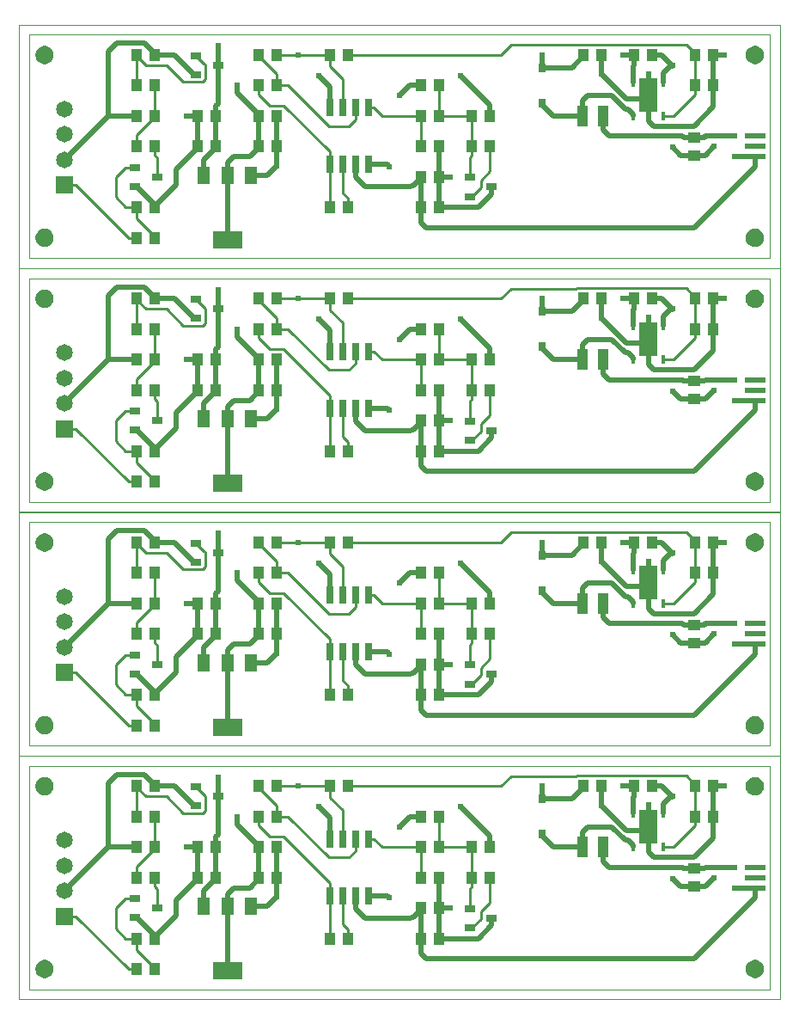
<source format=gtl>
G04 Layer_Physical_Order=1*
G04 Layer_Color=255*
%FSLAX25Y25*%
%MOIN*%
G70*
G01*
G75*
%ADD10R,0.02500X0.07000*%
%ADD11R,0.01700X0.03200*%
%ADD12P,0.00108X8X22.5*%
%ADD13R,0.11800X0.06500*%
%ADD14R,0.04500X0.06500*%
%ADD15R,0.04000X0.02500*%
%ADD16R,0.05000X0.04000*%
%ADD17R,0.04000X0.05000*%
%ADD18R,0.02600X0.03800*%
%ADD19R,0.04000X0.08000*%
%ADD20C,0.02000*%
%ADD21C,0.01000*%
%ADD22C,0.00100*%
%ADD23R,0.06500X0.06500*%
%ADD24C,0.06500*%
%ADD25R,0.08000X0.02400*%
%ADD26C,0.02400*%
G36*
X723472Y452218D02*
X724115Y451952D01*
X724694Y451565D01*
X725187Y451072D01*
X725574Y450493D01*
X725840Y449850D01*
X725976Y449167D01*
Y448819D01*
Y448471D01*
X725840Y447788D01*
X725574Y447144D01*
X725187Y446565D01*
X724694Y446073D01*
X724115Y445686D01*
X723472Y445420D01*
X722789Y445284D01*
X722093D01*
X721410Y445420D01*
X720766Y445686D01*
X720188Y446073D01*
X719695Y446565D01*
X719308Y447144D01*
X719042Y447788D01*
X718906Y448471D01*
Y448819D01*
Y449167D01*
X719042Y449850D01*
X719308Y450493D01*
X719695Y451072D01*
X720188Y451565D01*
X720766Y451952D01*
X721410Y452218D01*
X722093Y452354D01*
X722789D01*
X723472Y452218D01*
D02*
G37*
G36*
X447882D02*
X448525Y451952D01*
X449104Y451565D01*
X449596Y451072D01*
X449983Y450493D01*
X450250Y449850D01*
X450385Y449167D01*
Y448819D01*
Y448471D01*
X450250Y447788D01*
X449983Y447144D01*
X449596Y446565D01*
X449104Y446073D01*
X448525Y445686D01*
X447882Y445420D01*
X447199Y445284D01*
X446502D01*
X445819Y445420D01*
X445176Y445686D01*
X444597Y446073D01*
X444104Y446565D01*
X443718Y447144D01*
X443451Y447788D01*
X443315Y448471D01*
Y448819D01*
Y449167D01*
X443451Y449850D01*
X443718Y450493D01*
X444104Y451072D01*
X444597Y451565D01*
X445176Y451952D01*
X445819Y452218D01*
X446502Y452354D01*
X447199D01*
X447882Y452218D01*
D02*
G37*
G36*
X684497Y426797D02*
X682097D01*
Y423597D01*
X680097D01*
Y426797D01*
X677697D01*
Y439797D01*
X684497D01*
Y426797D01*
D02*
G37*
G36*
X723472Y381352D02*
X724115Y381085D01*
X724694Y380699D01*
X725187Y380206D01*
X725574Y379627D01*
X725840Y378984D01*
X725976Y378301D01*
Y377953D01*
Y377605D01*
X725840Y376922D01*
X725574Y376278D01*
X725187Y375699D01*
X724694Y375207D01*
X724115Y374820D01*
X723472Y374554D01*
X722789Y374418D01*
X722093D01*
X721410Y374554D01*
X720766Y374820D01*
X720188Y375207D01*
X719695Y375699D01*
X719308Y376278D01*
X719042Y376922D01*
X718906Y377605D01*
Y377953D01*
Y378301D01*
X719042Y378984D01*
X719308Y379627D01*
X719695Y380206D01*
X720188Y380699D01*
X720766Y381085D01*
X721410Y381352D01*
X722093Y381488D01*
X722789D01*
X723472Y381352D01*
D02*
G37*
G36*
X447882D02*
X448525Y381085D01*
X449104Y380699D01*
X449596Y380206D01*
X449983Y379627D01*
X450250Y378984D01*
X450385Y378301D01*
Y377953D01*
Y377605D01*
X450250Y376922D01*
X449983Y376278D01*
X449596Y375699D01*
X449104Y375207D01*
X448525Y374820D01*
X447882Y374554D01*
X447199Y374418D01*
X446502D01*
X445819Y374554D01*
X445176Y374820D01*
X444597Y375207D01*
X444104Y375699D01*
X443718Y376278D01*
X443451Y376922D01*
X443315Y377605D01*
Y377953D01*
Y378301D01*
X443451Y378984D01*
X443718Y379627D01*
X444104Y380206D01*
X444597Y380699D01*
X445176Y381085D01*
X445819Y381352D01*
X446502Y381488D01*
X447199D01*
X447882Y381352D01*
D02*
G37*
G36*
X723472Y357718D02*
X724115Y357452D01*
X724694Y357065D01*
X725187Y356572D01*
X725574Y355993D01*
X725840Y355350D01*
X725976Y354667D01*
Y354319D01*
Y353971D01*
X725840Y353288D01*
X725574Y352644D01*
X725187Y352065D01*
X724694Y351573D01*
X724115Y351186D01*
X723472Y350920D01*
X722789Y350784D01*
X722093D01*
X721410Y350920D01*
X720766Y351186D01*
X720188Y351573D01*
X719695Y352065D01*
X719308Y352644D01*
X719042Y353288D01*
X718906Y353971D01*
Y354319D01*
Y354667D01*
X719042Y355350D01*
X719308Y355993D01*
X719695Y356572D01*
X720188Y357065D01*
X720766Y357452D01*
X721410Y357718D01*
X722093Y357854D01*
X722789D01*
X723472Y357718D01*
D02*
G37*
G36*
X447882D02*
X448525Y357452D01*
X449104Y357065D01*
X449596Y356572D01*
X449983Y355993D01*
X450250Y355350D01*
X450385Y354667D01*
Y354319D01*
Y353971D01*
X450250Y353288D01*
X449983Y352644D01*
X449596Y352065D01*
X449104Y351573D01*
X448525Y351186D01*
X447882Y350920D01*
X447199Y350784D01*
X446502D01*
X445819Y350920D01*
X445176Y351186D01*
X444597Y351573D01*
X444104Y352065D01*
X443718Y352644D01*
X443451Y353288D01*
X443315Y353971D01*
Y354319D01*
Y354667D01*
X443451Y355350D01*
X443718Y355993D01*
X444104Y356572D01*
X444597Y357065D01*
X445176Y357452D01*
X445819Y357718D01*
X446502Y357854D01*
X447199D01*
X447882Y357718D01*
D02*
G37*
G36*
X684497Y332297D02*
X682097D01*
Y329097D01*
X680097D01*
Y332297D01*
X677697D01*
Y345297D01*
X684497D01*
Y332297D01*
D02*
G37*
G36*
X723472Y286852D02*
X724115Y286585D01*
X724694Y286199D01*
X725187Y285706D01*
X725574Y285127D01*
X725840Y284484D01*
X725976Y283801D01*
Y283453D01*
Y283105D01*
X725840Y282422D01*
X725574Y281778D01*
X725187Y281199D01*
X724694Y280707D01*
X724115Y280320D01*
X723472Y280054D01*
X722789Y279918D01*
X722093D01*
X721410Y280054D01*
X720766Y280320D01*
X720188Y280707D01*
X719695Y281199D01*
X719308Y281778D01*
X719042Y282422D01*
X718906Y283105D01*
Y283453D01*
Y283801D01*
X719042Y284484D01*
X719308Y285127D01*
X719695Y285706D01*
X720188Y286199D01*
X720766Y286585D01*
X721410Y286852D01*
X722093Y286988D01*
X722789D01*
X723472Y286852D01*
D02*
G37*
G36*
X447882D02*
X448525Y286585D01*
X449104Y286199D01*
X449596Y285706D01*
X449983Y285127D01*
X450250Y284484D01*
X450385Y283801D01*
Y283453D01*
Y283105D01*
X450250Y282422D01*
X449983Y281778D01*
X449596Y281199D01*
X449104Y280707D01*
X448525Y280320D01*
X447882Y280054D01*
X447199Y279918D01*
X446502D01*
X445819Y280054D01*
X445176Y280320D01*
X444597Y280707D01*
X444104Y281199D01*
X443718Y281778D01*
X443451Y282422D01*
X443315Y283105D01*
Y283453D01*
Y283801D01*
X443451Y284484D01*
X443718Y285127D01*
X444104Y285706D01*
X444597Y286199D01*
X445176Y286585D01*
X445819Y286852D01*
X446502Y286988D01*
X447199D01*
X447882Y286852D01*
D02*
G37*
G36*
X723472Y263218D02*
X724115Y262952D01*
X724694Y262565D01*
X725187Y262072D01*
X725574Y261493D01*
X725840Y260850D01*
X725976Y260167D01*
Y259819D01*
Y259471D01*
X725840Y258788D01*
X725574Y258144D01*
X725187Y257565D01*
X724694Y257073D01*
X724115Y256686D01*
X723472Y256420D01*
X722789Y256284D01*
X722093D01*
X721410Y256420D01*
X720766Y256686D01*
X720188Y257073D01*
X719695Y257565D01*
X719308Y258144D01*
X719042Y258788D01*
X718906Y259471D01*
Y259819D01*
Y260167D01*
X719042Y260850D01*
X719308Y261493D01*
X719695Y262072D01*
X720188Y262565D01*
X720766Y262952D01*
X721410Y263218D01*
X722093Y263354D01*
X722789D01*
X723472Y263218D01*
D02*
G37*
G36*
X447882D02*
X448525Y262952D01*
X449104Y262565D01*
X449596Y262072D01*
X449983Y261493D01*
X450250Y260850D01*
X450385Y260167D01*
Y259819D01*
Y259471D01*
X450250Y258788D01*
X449983Y258144D01*
X449596Y257565D01*
X449104Y257073D01*
X448525Y256686D01*
X447882Y256420D01*
X447199Y256284D01*
X446502D01*
X445819Y256420D01*
X445176Y256686D01*
X444597Y257073D01*
X444104Y257565D01*
X443718Y258144D01*
X443451Y258788D01*
X443315Y259471D01*
Y259819D01*
Y260167D01*
X443451Y260850D01*
X443718Y261493D01*
X444104Y262072D01*
X444597Y262565D01*
X445176Y262952D01*
X445819Y263218D01*
X446502Y263354D01*
X447199D01*
X447882Y263218D01*
D02*
G37*
G36*
X684497Y237797D02*
X682097D01*
Y234597D01*
X680097D01*
Y237797D01*
X677697D01*
Y250797D01*
X684497D01*
Y237797D01*
D02*
G37*
G36*
X723472Y192352D02*
X724115Y192086D01*
X724694Y191699D01*
X725187Y191206D01*
X725574Y190627D01*
X725840Y189984D01*
X725976Y189301D01*
Y188953D01*
Y188605D01*
X725840Y187922D01*
X725574Y187278D01*
X725187Y186699D01*
X724694Y186207D01*
X724115Y185820D01*
X723472Y185554D01*
X722789Y185418D01*
X722093D01*
X721410Y185554D01*
X720766Y185820D01*
X720188Y186207D01*
X719695Y186699D01*
X719308Y187278D01*
X719042Y187922D01*
X718906Y188605D01*
Y188953D01*
Y189301D01*
X719042Y189984D01*
X719308Y190627D01*
X719695Y191206D01*
X720188Y191699D01*
X720766Y192086D01*
X721410Y192352D01*
X722093Y192488D01*
X722789D01*
X723472Y192352D01*
D02*
G37*
G36*
X447882D02*
X448525Y192086D01*
X449104Y191699D01*
X449596Y191206D01*
X449983Y190627D01*
X450250Y189984D01*
X450385Y189301D01*
Y188953D01*
Y188605D01*
X450250Y187922D01*
X449983Y187278D01*
X449596Y186699D01*
X449104Y186207D01*
X448525Y185820D01*
X447882Y185554D01*
X447199Y185418D01*
X446502D01*
X445819Y185554D01*
X445176Y185820D01*
X444597Y186207D01*
X444104Y186699D01*
X443718Y187278D01*
X443451Y187922D01*
X443315Y188605D01*
Y188953D01*
Y189301D01*
X443451Y189984D01*
X443718Y190627D01*
X444104Y191206D01*
X444597Y191699D01*
X445176Y192086D01*
X445819Y192352D01*
X446502Y192488D01*
X447199D01*
X447882Y192352D01*
D02*
G37*
G36*
X723472Y168718D02*
X724115Y168452D01*
X724694Y168065D01*
X725187Y167572D01*
X725574Y166993D01*
X725840Y166350D01*
X725976Y165667D01*
Y165319D01*
Y164971D01*
X725840Y164288D01*
X725574Y163644D01*
X725187Y163065D01*
X724694Y162573D01*
X724115Y162186D01*
X723472Y161920D01*
X722789Y161784D01*
X722093D01*
X721410Y161920D01*
X720766Y162186D01*
X720188Y162573D01*
X719695Y163065D01*
X719308Y163644D01*
X719042Y164288D01*
X718906Y164971D01*
Y165319D01*
Y165667D01*
X719042Y166350D01*
X719308Y166993D01*
X719695Y167572D01*
X720188Y168065D01*
X720766Y168452D01*
X721410Y168718D01*
X722093Y168854D01*
X722789D01*
X723472Y168718D01*
D02*
G37*
G36*
X447882D02*
X448525Y168452D01*
X449104Y168065D01*
X449596Y167572D01*
X449983Y166993D01*
X450250Y166350D01*
X450385Y165667D01*
Y165319D01*
Y164971D01*
X450250Y164288D01*
X449983Y163644D01*
X449596Y163065D01*
X449104Y162573D01*
X448525Y162186D01*
X447882Y161920D01*
X447199Y161784D01*
X446502D01*
X445819Y161920D01*
X445176Y162186D01*
X444597Y162573D01*
X444104Y163065D01*
X443718Y163644D01*
X443451Y164288D01*
X443315Y164971D01*
Y165319D01*
Y165667D01*
X443451Y166350D01*
X443718Y166993D01*
X444104Y167572D01*
X444597Y168065D01*
X445176Y168452D01*
X445819Y168718D01*
X446502Y168854D01*
X447199D01*
X447882Y168718D01*
D02*
G37*
G36*
X684497Y143297D02*
X682097D01*
Y140097D01*
X680097D01*
Y143297D01*
X677697D01*
Y156297D01*
X684497D01*
Y143297D01*
D02*
G37*
G36*
X723472Y97852D02*
X724115Y97585D01*
X724694Y97199D01*
X725187Y96706D01*
X725574Y96127D01*
X725840Y95484D01*
X725976Y94801D01*
Y94453D01*
Y94105D01*
X725840Y93422D01*
X725574Y92778D01*
X725187Y92199D01*
X724694Y91707D01*
X724115Y91320D01*
X723472Y91054D01*
X722789Y90918D01*
X722093D01*
X721410Y91054D01*
X720766Y91320D01*
X720188Y91707D01*
X719695Y92199D01*
X719308Y92778D01*
X719042Y93422D01*
X718906Y94105D01*
Y94453D01*
Y94801D01*
X719042Y95484D01*
X719308Y96127D01*
X719695Y96706D01*
X720188Y97199D01*
X720766Y97585D01*
X721410Y97852D01*
X722093Y97988D01*
X722789D01*
X723472Y97852D01*
D02*
G37*
G36*
X447882D02*
X448525Y97585D01*
X449104Y97199D01*
X449596Y96706D01*
X449983Y96127D01*
X450250Y95484D01*
X450385Y94801D01*
Y94453D01*
Y94105D01*
X450250Y93422D01*
X449983Y92778D01*
X449596Y92199D01*
X449104Y91707D01*
X448525Y91320D01*
X447882Y91054D01*
X447199Y90918D01*
X446502D01*
X445819Y91054D01*
X445176Y91320D01*
X444597Y91707D01*
X444104Y92199D01*
X443718Y92778D01*
X443451Y93422D01*
X443315Y94105D01*
Y94453D01*
Y94801D01*
X443451Y95484D01*
X443718Y96127D01*
X444104Y96706D01*
X444597Y97199D01*
X445176Y97585D01*
X445819Y97852D01*
X446502Y97988D01*
X447199D01*
X447882Y97852D01*
D02*
G37*
D10*
X557461Y144823D02*
D03*
X567461Y122823D02*
D03*
X562461D02*
D03*
X572461Y144823D02*
D03*
X567461D02*
D03*
X557461Y122823D02*
D03*
X562461Y144823D02*
D03*
X572461Y122823D02*
D03*
X557461Y239323D02*
D03*
X567461Y217323D02*
D03*
X562461D02*
D03*
X572461Y239323D02*
D03*
X567461D02*
D03*
X557461Y217323D02*
D03*
X562461Y239323D02*
D03*
X572461Y217323D02*
D03*
X557461Y333823D02*
D03*
X567461Y311823D02*
D03*
X562461D02*
D03*
X572461Y333823D02*
D03*
X567461D02*
D03*
X557461Y311823D02*
D03*
X562461Y333823D02*
D03*
X572461Y311823D02*
D03*
X557461Y428323D02*
D03*
X567461Y406323D02*
D03*
X562461D02*
D03*
X572461Y428323D02*
D03*
X567461D02*
D03*
X557461Y406323D02*
D03*
X562461Y428323D02*
D03*
X572461Y406323D02*
D03*
D11*
X686997Y154697D02*
D03*
Y141697D02*
D03*
X675197Y154697D02*
D03*
Y141697D02*
D03*
X686997Y249197D02*
D03*
Y236197D02*
D03*
X675197Y249197D02*
D03*
Y236197D02*
D03*
X686997Y343697D02*
D03*
Y330697D02*
D03*
X675197Y343697D02*
D03*
Y330697D02*
D03*
X686997Y438197D02*
D03*
Y425197D02*
D03*
X675197Y438197D02*
D03*
Y425197D02*
D03*
D12*
X681097Y148197D02*
D03*
Y242697D02*
D03*
Y337197D02*
D03*
Y431697D02*
D03*
D13*
X517756Y93800D02*
D03*
Y188300D02*
D03*
Y282800D02*
D03*
Y377300D02*
D03*
D14*
Y118800D02*
D03*
X508656D02*
D03*
X526856D02*
D03*
X517756Y213300D02*
D03*
X508656D02*
D03*
X526856D02*
D03*
X517756Y307800D02*
D03*
X508656D02*
D03*
X526856D02*
D03*
X517756Y402300D02*
D03*
X508656D02*
D03*
X526856D02*
D03*
D15*
X611892Y117838D02*
D03*
Y110438D02*
D03*
X620392Y114138D02*
D03*
X481971Y121775D02*
D03*
X490471Y118075D02*
D03*
X481971Y114375D02*
D03*
X505592Y165082D02*
D03*
Y157682D02*
D03*
X514092Y161382D02*
D03*
X611892Y212338D02*
D03*
Y204938D02*
D03*
X620392Y208638D02*
D03*
X481971Y216275D02*
D03*
X490471Y212575D02*
D03*
X481971Y208875D02*
D03*
X505592Y259582D02*
D03*
Y252182D02*
D03*
X514092Y255882D02*
D03*
X611892Y306838D02*
D03*
Y299438D02*
D03*
X620392Y303138D02*
D03*
X481971Y310775D02*
D03*
X490471Y307075D02*
D03*
X481971Y303375D02*
D03*
X505592Y354082D02*
D03*
Y346682D02*
D03*
X514092Y350382D02*
D03*
X505592Y448582D02*
D03*
Y441182D02*
D03*
X514092Y444882D02*
D03*
X481971Y405275D02*
D03*
X490471Y401575D02*
D03*
X481971Y397875D02*
D03*
X611892Y401338D02*
D03*
Y393938D02*
D03*
X620392Y397638D02*
D03*
D16*
X698819Y133386D02*
D03*
Y126386D02*
D03*
Y227886D02*
D03*
Y220886D02*
D03*
Y322386D02*
D03*
Y315386D02*
D03*
Y416886D02*
D03*
Y409886D02*
D03*
D17*
X655949Y165319D02*
D03*
X662949D02*
D03*
X513343Y141697D02*
D03*
X506343D02*
D03*
X592957Y118075D02*
D03*
X599957D02*
D03*
X529965Y141697D02*
D03*
X536965D02*
D03*
X699256Y165319D02*
D03*
X706256D02*
D03*
X529965Y129886D02*
D03*
X536965D02*
D03*
X513343D02*
D03*
X506343D02*
D03*
X482721Y165319D02*
D03*
X489720D02*
D03*
X482721Y94453D02*
D03*
X489720D02*
D03*
X536965Y153508D02*
D03*
X529965D02*
D03*
Y165319D02*
D03*
X536965D02*
D03*
X482721Y106264D02*
D03*
X489720D02*
D03*
X599957Y153508D02*
D03*
X592957D02*
D03*
X557524Y165319D02*
D03*
X564524D02*
D03*
X699256Y153508D02*
D03*
X706256D02*
D03*
X592957Y106264D02*
D03*
X599957D02*
D03*
X682634Y165319D02*
D03*
X675634D02*
D03*
X482721Y141697D02*
D03*
X489720D02*
D03*
Y129886D02*
D03*
X482721D02*
D03*
Y153508D02*
D03*
X489720D02*
D03*
X564524Y106264D02*
D03*
X557524D02*
D03*
X619642Y141697D02*
D03*
X612642D02*
D03*
Y129886D02*
D03*
X619642D02*
D03*
X599957Y141697D02*
D03*
X592957D02*
D03*
Y129886D02*
D03*
X599957D02*
D03*
X655949Y259819D02*
D03*
X662949D02*
D03*
X513343Y236197D02*
D03*
X506343D02*
D03*
X592957Y212575D02*
D03*
X599957D02*
D03*
X529965Y236197D02*
D03*
X536965D02*
D03*
X699256Y259819D02*
D03*
X706256D02*
D03*
X529965Y224386D02*
D03*
X536965D02*
D03*
X513343D02*
D03*
X506343D02*
D03*
X482721Y259819D02*
D03*
X489720D02*
D03*
X482721Y188953D02*
D03*
X489720D02*
D03*
X536965Y248008D02*
D03*
X529965D02*
D03*
Y259819D02*
D03*
X536965D02*
D03*
X482721Y200764D02*
D03*
X489720D02*
D03*
X599957Y248008D02*
D03*
X592957D02*
D03*
X557524Y259819D02*
D03*
X564524D02*
D03*
X699256Y248008D02*
D03*
X706256D02*
D03*
X592957Y200764D02*
D03*
X599957D02*
D03*
X682634Y259819D02*
D03*
X675634D02*
D03*
X482721Y236197D02*
D03*
X489720D02*
D03*
Y224386D02*
D03*
X482721D02*
D03*
Y248008D02*
D03*
X489720D02*
D03*
X564524Y200764D02*
D03*
X557524D02*
D03*
X619642Y236197D02*
D03*
X612642D02*
D03*
Y224386D02*
D03*
X619642D02*
D03*
X599957Y236197D02*
D03*
X592957D02*
D03*
Y224386D02*
D03*
X599957D02*
D03*
X655949Y354319D02*
D03*
X662949D02*
D03*
X513343Y330697D02*
D03*
X506343D02*
D03*
X592957Y307075D02*
D03*
X599957D02*
D03*
X529965Y330697D02*
D03*
X536965D02*
D03*
X699256Y354319D02*
D03*
X706256D02*
D03*
X529965Y318886D02*
D03*
X536965D02*
D03*
X513343D02*
D03*
X506343D02*
D03*
X482721Y354319D02*
D03*
X489720D02*
D03*
X482721Y283453D02*
D03*
X489720D02*
D03*
X536965Y342508D02*
D03*
X529965D02*
D03*
Y354319D02*
D03*
X536965D02*
D03*
X482721Y295264D02*
D03*
X489720D02*
D03*
X599957Y342508D02*
D03*
X592957D02*
D03*
X557524Y354319D02*
D03*
X564524D02*
D03*
X699256Y342508D02*
D03*
X706256D02*
D03*
X592957Y295264D02*
D03*
X599957D02*
D03*
X682634Y354319D02*
D03*
X675634D02*
D03*
X482721Y330697D02*
D03*
X489720D02*
D03*
Y318886D02*
D03*
X482721D02*
D03*
Y342508D02*
D03*
X489720D02*
D03*
X564524Y295264D02*
D03*
X557524D02*
D03*
X619642Y330697D02*
D03*
X612642D02*
D03*
Y318886D02*
D03*
X619642D02*
D03*
X599957Y330697D02*
D03*
X592957D02*
D03*
Y318886D02*
D03*
X599957D02*
D03*
X592957Y413386D02*
D03*
X599957D02*
D03*
Y425197D02*
D03*
X592957D02*
D03*
X612642Y413386D02*
D03*
X619642D02*
D03*
Y425197D02*
D03*
X612642D02*
D03*
X564524Y389764D02*
D03*
X557524D02*
D03*
X482721Y437008D02*
D03*
X489720D02*
D03*
Y413386D02*
D03*
X482721D02*
D03*
Y425197D02*
D03*
X489720D02*
D03*
X682634Y448819D02*
D03*
X675634D02*
D03*
X592957Y389764D02*
D03*
X599957D02*
D03*
X699256Y437008D02*
D03*
X706256D02*
D03*
X557524Y448819D02*
D03*
X564524D02*
D03*
X599957Y437008D02*
D03*
X592957D02*
D03*
X482721Y389764D02*
D03*
X489720D02*
D03*
X529965Y448819D02*
D03*
X536965D02*
D03*
Y437008D02*
D03*
X529965D02*
D03*
X482721Y377953D02*
D03*
X489720D02*
D03*
X482721Y448819D02*
D03*
X489720D02*
D03*
X513343Y413386D02*
D03*
X506343D02*
D03*
X529965D02*
D03*
X536965D02*
D03*
X699256Y448819D02*
D03*
X706256D02*
D03*
X529965Y425197D02*
D03*
X536965D02*
D03*
X592957Y401575D02*
D03*
X599957D02*
D03*
X513343Y425197D02*
D03*
X506343D02*
D03*
X655949Y448819D02*
D03*
X662949D02*
D03*
D18*
X639764Y160349D02*
D03*
Y146667D02*
D03*
Y254849D02*
D03*
Y241167D02*
D03*
Y349349D02*
D03*
Y335667D02*
D03*
Y443849D02*
D03*
Y430167D02*
D03*
D19*
X663449Y141697D02*
D03*
X655449D02*
D03*
X663449Y236197D02*
D03*
X655449D02*
D03*
X663449Y330697D02*
D03*
X655449D02*
D03*
X663449Y425197D02*
D03*
X655449D02*
D03*
D20*
X639764Y146067D02*
Y146667D01*
Y146067D02*
X644134Y141697D01*
X655449D01*
X675197D02*
Y142447D01*
X673286Y144358D02*
X675197Y142447D01*
X672230Y144358D02*
X673286D01*
X667017Y149571D02*
X672230Y144358D01*
X657512Y149571D02*
X667017D01*
X655512Y147571D02*
X657512Y149571D01*
X655512Y147260D02*
Y147571D01*
X655449Y147197D02*
X655512Y147260D01*
X655449Y141697D02*
Y147197D01*
X536965Y129886D02*
Y141697D01*
Y122449D02*
Y129886D01*
X620392Y111388D02*
Y114138D01*
X615268Y106264D02*
X620392Y111388D01*
X599957Y106264D02*
X615268D01*
X599957D02*
Y118075D01*
Y129886D01*
Y118075D02*
X604331D01*
X579898Y122823D02*
X580709Y122012D01*
X572461Y122823D02*
X579898D01*
X584646Y149571D02*
X588583Y153508D01*
X592957D01*
X706256Y145197D02*
Y153508D01*
X698819Y137760D02*
X706256Y145197D01*
X683097Y137760D02*
X698819D01*
X681097Y139760D02*
X683097Y137760D01*
X681097Y139760D02*
Y148197D01*
X706256Y153508D02*
Y165319D01*
X662949Y157882D02*
Y165319D01*
X672634Y148197D02*
X681097D01*
X662949Y157882D02*
X672634Y148197D01*
X533315Y118800D02*
X536965Y122449D01*
X526856Y118800D02*
X533315D01*
X506343Y129886D02*
Y141697D01*
X489720Y106764D02*
X498032Y115075D01*
Y121075D01*
X506343Y129386D01*
Y129886D01*
X489720Y106264D02*
Y106764D01*
X481971Y114375D02*
X482721D01*
X489720Y107375D01*
Y106764D02*
Y107375D01*
X501968Y141697D02*
X506343D01*
X681097Y148197D02*
Y157997D01*
X706256Y165319D02*
X710630D01*
X675634Y161319D02*
Y165319D01*
X675197Y160882D02*
X675634Y161319D01*
X675197Y154697D02*
Y160882D01*
X639764Y160349D02*
Y165319D01*
X513343Y129886D02*
Y141697D01*
Y145697D01*
X514092Y146447D01*
Y161382D01*
X513343Y129386D02*
Y129886D01*
X508656Y124699D02*
X513343Y129386D01*
X508656Y118800D02*
Y124699D01*
X514092Y161382D02*
Y168943D01*
X655949Y164819D02*
Y165319D01*
X651479Y160349D02*
X655949Y164819D01*
X639764Y160349D02*
X651479D01*
X671260Y165319D02*
X675634D01*
X471693Y141697D02*
Y166539D01*
X474972Y169819D01*
X485720D01*
X489720Y165819D01*
Y165319D02*
Y165819D01*
X504843Y157682D02*
X505592D01*
X497205Y165319D02*
X504843Y157682D01*
X489720Y165319D02*
X497205D01*
X471693Y141697D02*
X482721D01*
X454724Y124729D02*
X471693Y141697D01*
X592957Y106264D02*
Y117575D01*
Y118075D01*
X567461Y117823D02*
Y122823D01*
Y117823D02*
X571146Y114138D01*
X589020D01*
X589396Y114514D01*
X589896D01*
X592957Y117575D01*
X722441Y122012D02*
Y125949D01*
X698819Y98390D02*
X722441Y122012D01*
X594957Y98390D02*
X698819D01*
X592957Y100390D02*
X594957Y98390D01*
X592957Y100390D02*
Y106264D01*
X714567Y125949D02*
X722441D01*
X686997Y154697D02*
Y158424D01*
X689625Y161053D01*
X690582D01*
X693719Y126386D02*
X698819D01*
X690582Y129523D02*
X693719Y126386D01*
X686316Y165319D02*
X690582Y161053D01*
X682634Y165319D02*
X686316D01*
X690582Y161053D02*
Y161382D01*
X698819Y126386D02*
X703193D01*
X706693Y129886D01*
X663449Y136197D02*
Y141697D01*
Y136197D02*
X665823Y133823D01*
X694382D01*
X694819Y133386D01*
X698819D01*
X702819D01*
X703256Y133823D01*
X714567D01*
X517756Y118800D02*
Y123550D01*
X520155Y125949D01*
X526528D01*
X529965Y129386D01*
Y129886D01*
Y141697D01*
X517756Y93800D02*
Y118800D01*
X553150Y157445D02*
X557461Y153134D01*
Y144823D02*
Y153134D01*
X608268Y157445D02*
X619642Y146071D01*
Y141697D02*
Y146071D01*
X529965Y141697D02*
Y142197D01*
X521654Y150508D02*
X529965Y142197D01*
X521654Y150508D02*
Y153508D01*
X639764Y240567D02*
Y241167D01*
Y240567D02*
X644134Y236197D01*
X655449D01*
X675197D02*
Y236947D01*
X673286Y238858D02*
X675197Y236947D01*
X672230Y238858D02*
X673286D01*
X667017Y244071D02*
X672230Y238858D01*
X657512Y244071D02*
X667017D01*
X655512Y242071D02*
X657512Y244071D01*
X655512Y241760D02*
Y242071D01*
X655449Y241697D02*
X655512Y241760D01*
X655449Y236197D02*
Y241697D01*
X536965Y224386D02*
Y236197D01*
Y216949D02*
Y224386D01*
X620392Y205888D02*
Y208638D01*
X615268Y200764D02*
X620392Y205888D01*
X599957Y200764D02*
X615268D01*
X599957D02*
Y212575D01*
Y224386D01*
Y212575D02*
X604331D01*
X579898Y217323D02*
X580709Y216512D01*
X572461Y217323D02*
X579898D01*
X584646Y244071D02*
X588583Y248008D01*
X592957D01*
X706256Y239697D02*
Y248008D01*
X698819Y232260D02*
X706256Y239697D01*
X683097Y232260D02*
X698819D01*
X681097Y234260D02*
X683097Y232260D01*
X681097Y234260D02*
Y242697D01*
X706256Y248008D02*
Y259819D01*
X662949Y252382D02*
Y259819D01*
X672634Y242697D02*
X681097D01*
X662949Y252382D02*
X672634Y242697D01*
X533315Y213300D02*
X536965Y216949D01*
X526856Y213300D02*
X533315D01*
X506343Y224386D02*
Y236197D01*
X489720Y201264D02*
X498032Y209575D01*
Y215575D01*
X506343Y223886D01*
Y224386D01*
X489720Y200764D02*
Y201264D01*
X481971Y208875D02*
X482721D01*
X489720Y201875D01*
Y201264D02*
Y201875D01*
X501968Y236197D02*
X506343D01*
X681097Y242697D02*
Y252497D01*
X706256Y259819D02*
X710630D01*
X675634Y255819D02*
Y259819D01*
X675197Y255382D02*
X675634Y255819D01*
X675197Y249197D02*
Y255382D01*
X639764Y254849D02*
Y259819D01*
X513343Y224386D02*
Y236197D01*
Y240197D01*
X514092Y240947D01*
Y255882D01*
X513343Y223886D02*
Y224386D01*
X508656Y219199D02*
X513343Y223886D01*
X508656Y213300D02*
Y219199D01*
X514092Y255882D02*
Y263443D01*
X655949Y259319D02*
Y259819D01*
X651479Y254849D02*
X655949Y259319D01*
X639764Y254849D02*
X651479D01*
X671260Y259819D02*
X675634D01*
X471693Y236197D02*
Y261039D01*
X474972Y264319D01*
X485720D01*
X489720Y260319D01*
Y259819D02*
Y260319D01*
X504843Y252182D02*
X505592D01*
X497205Y259819D02*
X504843Y252182D01*
X489720Y259819D02*
X497205D01*
X471693Y236197D02*
X482721D01*
X454724Y219229D02*
X471693Y236197D01*
X592957Y200764D02*
Y212075D01*
Y212575D01*
X567461Y212323D02*
Y217323D01*
Y212323D02*
X571146Y208638D01*
X589020D01*
X589396Y209014D01*
X589896D01*
X592957Y212075D01*
X722441Y216512D02*
Y220449D01*
X698819Y192890D02*
X722441Y216512D01*
X594957Y192890D02*
X698819D01*
X592957Y194890D02*
X594957Y192890D01*
X592957Y194890D02*
Y200764D01*
X714567Y220449D02*
X722441D01*
X686997Y249197D02*
Y252924D01*
X689625Y255553D01*
X690582D01*
X693719Y220886D02*
X698819D01*
X690582Y224023D02*
X693719Y220886D01*
X686316Y259819D02*
X690582Y255553D01*
X682634Y259819D02*
X686316D01*
X690582Y255553D02*
Y255882D01*
X698819Y220886D02*
X703193D01*
X706693Y224386D01*
X663449Y230697D02*
Y236197D01*
Y230697D02*
X665823Y228323D01*
X694382D01*
X694819Y227886D01*
X698819D01*
X702819D01*
X703256Y228323D01*
X714567D01*
X517756Y213300D02*
Y218050D01*
X520155Y220449D01*
X526528D01*
X529965Y223886D01*
Y224386D01*
Y236197D01*
X517756Y188300D02*
Y213300D01*
X553150Y251945D02*
X557461Y247634D01*
Y239323D02*
Y247634D01*
X608268Y251945D02*
X619642Y240571D01*
Y236197D02*
Y240571D01*
X529965Y236197D02*
Y236697D01*
X521654Y245008D02*
X529965Y236697D01*
X521654Y245008D02*
Y248008D01*
X639764Y335067D02*
Y335667D01*
Y335067D02*
X644134Y330697D01*
X655449D01*
X675197D02*
Y331447D01*
X673286Y333358D02*
X675197Y331447D01*
X672230Y333358D02*
X673286D01*
X667017Y338571D02*
X672230Y333358D01*
X657512Y338571D02*
X667017D01*
X655512Y336571D02*
X657512Y338571D01*
X655512Y336260D02*
Y336571D01*
X655449Y336197D02*
X655512Y336260D01*
X655449Y330697D02*
Y336197D01*
X536965Y318886D02*
Y330697D01*
Y311449D02*
Y318886D01*
X620392Y300388D02*
Y303138D01*
X615268Y295264D02*
X620392Y300388D01*
X599957Y295264D02*
X615268D01*
X599957D02*
Y307075D01*
Y318886D01*
Y307075D02*
X604331D01*
X579898Y311823D02*
X580709Y311012D01*
X572461Y311823D02*
X579898D01*
X584646Y338571D02*
X588583Y342508D01*
X592957D01*
X706256Y334197D02*
Y342508D01*
X698819Y326760D02*
X706256Y334197D01*
X683097Y326760D02*
X698819D01*
X681097Y328760D02*
X683097Y326760D01*
X681097Y328760D02*
Y337197D01*
X706256Y342508D02*
Y354319D01*
X662949Y346882D02*
Y354319D01*
X672634Y337197D02*
X681097D01*
X662949Y346882D02*
X672634Y337197D01*
X533315Y307800D02*
X536965Y311449D01*
X526856Y307800D02*
X533315D01*
X506343Y318886D02*
Y330697D01*
X489720Y295764D02*
X498032Y304075D01*
Y310075D01*
X506343Y318386D01*
Y318886D01*
X489720Y295264D02*
Y295764D01*
X481971Y303375D02*
X482721D01*
X489720Y296375D01*
Y295764D02*
Y296375D01*
X501968Y330697D02*
X506343D01*
X681097Y337197D02*
Y346997D01*
X706256Y354319D02*
X710630D01*
X675634Y350319D02*
Y354319D01*
X675197Y349882D02*
X675634Y350319D01*
X675197Y343697D02*
Y349882D01*
X639764Y349349D02*
Y354319D01*
X513343Y318886D02*
Y330697D01*
Y334697D01*
X514092Y335447D01*
Y350382D01*
X513343Y318386D02*
Y318886D01*
X508656Y313699D02*
X513343Y318386D01*
X508656Y307800D02*
Y313699D01*
X514092Y350382D02*
Y357943D01*
X655949Y353819D02*
Y354319D01*
X651479Y349349D02*
X655949Y353819D01*
X639764Y349349D02*
X651479D01*
X671260Y354319D02*
X675634D01*
X471693Y330697D02*
Y355539D01*
X474972Y358819D01*
X485720D01*
X489720Y354819D01*
Y354319D02*
Y354819D01*
X504843Y346682D02*
X505592D01*
X497205Y354319D02*
X504843Y346682D01*
X489720Y354319D02*
X497205D01*
X471693Y330697D02*
X482721D01*
X454724Y313729D02*
X471693Y330697D01*
X592957Y295264D02*
Y306575D01*
Y307075D01*
X567461Y306823D02*
Y311823D01*
Y306823D02*
X571146Y303138D01*
X589020D01*
X589396Y303514D01*
X589896D01*
X592957Y306575D01*
X722441Y311012D02*
Y314949D01*
X698819Y287390D02*
X722441Y311012D01*
X594957Y287390D02*
X698819D01*
X592957Y289390D02*
X594957Y287390D01*
X592957Y289390D02*
Y295264D01*
X714567Y314949D02*
X722441D01*
X686997Y343697D02*
Y347424D01*
X689625Y350053D01*
X690582D01*
X693719Y315386D02*
X698819D01*
X690582Y318523D02*
X693719Y315386D01*
X686316Y354319D02*
X690582Y350053D01*
X682634Y354319D02*
X686316D01*
X690582Y350053D02*
Y350382D01*
X698819Y315386D02*
X703193D01*
X706693Y318886D01*
X663449Y325197D02*
Y330697D01*
Y325197D02*
X665823Y322823D01*
X694382D01*
X694819Y322386D01*
X698819D01*
X702819D01*
X703256Y322823D01*
X714567D01*
X517756Y307800D02*
Y312550D01*
X520155Y314949D01*
X526528D01*
X529965Y318386D01*
Y318886D01*
Y330697D01*
X517756Y282800D02*
Y307800D01*
X553150Y346445D02*
X557461Y342134D01*
Y333823D02*
Y342134D01*
X608268Y346445D02*
X619642Y335071D01*
Y330697D02*
Y335071D01*
X529965Y330697D02*
Y331197D01*
X521654Y339508D02*
X529965Y331197D01*
X521654Y339508D02*
Y342508D01*
Y434008D02*
Y437008D01*
Y434008D02*
X529965Y425697D01*
Y425197D02*
Y425697D01*
X619642Y425197D02*
Y429571D01*
X608268Y440945D02*
X619642Y429571D01*
X557461Y428323D02*
Y436634D01*
X553150Y440945D02*
X557461Y436634D01*
X517756Y377300D02*
Y402300D01*
X529965Y413386D02*
Y425197D01*
Y412886D02*
Y413386D01*
X526528Y409449D02*
X529965Y412886D01*
X520155Y409449D02*
X526528D01*
X517756Y407050D02*
X520155Y409449D01*
X517756Y402300D02*
Y407050D01*
X703256Y417323D02*
X714567D01*
X702819Y416886D02*
X703256Y417323D01*
X698819Y416886D02*
X702819D01*
X694819D02*
X698819D01*
X694382Y417323D02*
X694819Y416886D01*
X665823Y417323D02*
X694382D01*
X663449Y419697D02*
X665823Y417323D01*
X663449Y419697D02*
Y425197D01*
X703193Y409886D02*
X706693Y413386D01*
X698819Y409886D02*
X703193D01*
X690582Y444553D02*
Y444882D01*
X682634Y448819D02*
X686316D01*
X690582Y444553D01*
Y413023D02*
X693719Y409886D01*
X698819D01*
X689625Y444553D02*
X690582D01*
X686997Y441924D02*
X689625Y444553D01*
X686997Y438197D02*
Y441924D01*
X714567Y409449D02*
X722441D01*
X592957Y383890D02*
Y389764D01*
Y383890D02*
X594957Y381890D01*
X698819D01*
X722441Y405512D01*
Y409449D01*
X589896Y398014D02*
X592957Y401075D01*
X589396Y398014D02*
X589896D01*
X589020Y397638D02*
X589396Y398014D01*
X571146Y397638D02*
X589020D01*
X567461Y401323D02*
X571146Y397638D01*
X567461Y401323D02*
Y406323D01*
X592957Y401075D02*
Y401575D01*
Y389764D02*
Y401075D01*
X454724Y408229D02*
X471693Y425197D01*
X482721D01*
X489720Y448819D02*
X497205D01*
X504843Y441182D01*
X505592D01*
X489720Y448819D02*
Y449319D01*
X485720Y453319D02*
X489720Y449319D01*
X474972Y453319D02*
X485720D01*
X471693Y450039D02*
X474972Y453319D01*
X471693Y425197D02*
Y450039D01*
X671260Y448819D02*
X675634D01*
X639764Y443849D02*
X651479D01*
X655949Y448319D01*
Y448819D01*
X514092Y444882D02*
Y452443D01*
X508656Y402300D02*
Y408199D01*
X513343Y412886D01*
Y413386D01*
X514092Y429947D02*
Y444882D01*
X513343Y429197D02*
X514092Y429947D01*
X513343Y425197D02*
Y429197D01*
Y413386D02*
Y425197D01*
X639764Y443849D02*
Y448819D01*
X675197Y438197D02*
Y444382D01*
X675634Y444819D01*
Y448819D01*
X706256D02*
X710630D01*
X681097Y431697D02*
Y441497D01*
X501968Y425197D02*
X506343D01*
X489720Y390264D02*
Y390875D01*
X482721Y397875D02*
X489720Y390875D01*
X481971Y397875D02*
X482721D01*
X489720Y389764D02*
Y390264D01*
X506343Y412886D02*
Y413386D01*
X498032Y404575D02*
X506343Y412886D01*
X498032Y398575D02*
Y404575D01*
X489720Y390264D02*
X498032Y398575D01*
X506343Y413386D02*
Y425197D01*
X526856Y402300D02*
X533315D01*
X536965Y405949D01*
X662949Y441382D02*
X672634Y431697D01*
X681097D01*
X662949Y441382D02*
Y448819D01*
X706256Y437008D02*
Y448819D01*
X681097Y423260D02*
Y431697D01*
Y423260D02*
X683097Y421260D01*
X698819D01*
X706256Y428697D01*
Y437008D01*
X588583D02*
X592957D01*
X584646Y433071D02*
X588583Y437008D01*
X572461Y406323D02*
X579898D01*
X580709Y405512D01*
X599957Y401575D02*
X604331D01*
X599957D02*
Y413386D01*
Y389764D02*
Y401575D01*
Y389764D02*
X615268D01*
X620392Y394888D01*
Y397638D01*
X536965Y405949D02*
Y413386D01*
Y425197D01*
X655449D02*
Y430697D01*
X655512Y430760D01*
Y431071D01*
X657512Y433071D01*
X667017D01*
X672230Y427858D01*
X673286D01*
X675197Y425947D01*
Y425197D02*
Y425947D01*
X644134Y425197D02*
X655449D01*
X639764Y429567D02*
X644134Y425197D01*
X639764Y429567D02*
Y430167D01*
D21*
X489720Y141197D02*
Y141697D01*
X482721Y134197D02*
X489720Y141197D01*
X482721Y129886D02*
Y134197D01*
X489720Y141697D02*
Y153508D01*
Y126386D02*
Y129886D01*
Y126386D02*
X490471Y125636D01*
Y118075D02*
Y125636D01*
X478346Y106264D02*
X482721D01*
X474409Y110201D02*
X478346Y106264D01*
X474409Y110201D02*
Y118075D01*
X478109Y121775D01*
X481971D01*
X489720Y94453D02*
Y94953D01*
X482721Y101953D02*
X489720Y94953D01*
X482721Y101953D02*
Y106264D01*
X564524Y165319D02*
X624016D01*
X627953Y169256D01*
X653264D01*
X653327Y169319D01*
X695756D01*
X699256Y165819D01*
Y165319D02*
Y165819D01*
Y153508D02*
Y165319D01*
Y150008D02*
Y153508D01*
X690945Y141697D02*
X699256Y150008D01*
X686997Y141697D02*
X690945D01*
X536965Y165319D02*
X545276D01*
X557524D01*
Y160945D02*
Y165319D01*
Y160945D02*
X562461Y156008D01*
Y144823D02*
Y156008D01*
X454724Y114886D02*
X458974D01*
X479408Y94453D01*
X482721D01*
Y164819D02*
X486221Y161319D01*
X494158D01*
X500545Y154932D01*
X508214D01*
X509093Y155810D01*
Y161581D01*
X508554Y162120D02*
X509093Y161581D01*
X505592Y165082D02*
X508554Y162120D01*
X505592Y165082D02*
Y165082D01*
X482721Y164819D02*
Y165319D01*
Y153508D02*
Y164819D01*
X557461Y122823D02*
Y127822D01*
X539586Y145697D02*
X557461Y127822D01*
X534276Y145697D02*
X539586D01*
X529965Y150008D02*
X534276Y145697D01*
X529965Y150008D02*
Y153508D01*
X557461Y118323D02*
Y122823D01*
Y118323D02*
X557524Y118260D01*
Y106264D02*
Y118260D01*
X611892Y110438D02*
X612642D01*
X616142Y113938D01*
Y116716D01*
X619642Y120216D01*
Y129886D01*
X529965Y164819D02*
Y165319D01*
Y164819D02*
X536965Y157819D01*
Y153508D02*
Y157819D01*
Y153508D02*
X541339D01*
X557087Y137760D01*
X564961D01*
X567461Y140260D01*
Y144823D01*
X592957Y129886D02*
Y141697D01*
X572461Y144823D02*
X574711D01*
X577837Y141697D01*
X592957D01*
X599957D02*
Y153508D01*
Y141697D02*
X612642D01*
Y129886D02*
Y141697D01*
Y126386D02*
Y129886D01*
X611892Y125636D02*
X612642Y126386D01*
X611892Y117838D02*
Y125636D01*
X564524Y106264D02*
Y109764D01*
X562461Y111827D02*
X564524Y109764D01*
X562461Y111827D02*
Y122823D01*
X489720Y235697D02*
Y236197D01*
X482721Y228697D02*
X489720Y235697D01*
X482721Y224386D02*
Y228697D01*
X489720Y236197D02*
Y248008D01*
Y220886D02*
Y224386D01*
Y220886D02*
X490471Y220136D01*
Y212575D02*
Y220136D01*
X478346Y200764D02*
X482721D01*
X474409Y204701D02*
X478346Y200764D01*
X474409Y204701D02*
Y212575D01*
X478109Y216275D01*
X481971D01*
X489720Y188953D02*
Y189453D01*
X482721Y196453D02*
X489720Y189453D01*
X482721Y196453D02*
Y200764D01*
X564524Y259819D02*
X624016D01*
X627953Y263756D01*
X653264D01*
X653327Y263819D01*
X695756D01*
X699256Y260319D01*
Y259819D02*
Y260319D01*
Y248008D02*
Y259819D01*
Y244508D02*
Y248008D01*
X690945Y236197D02*
X699256Y244508D01*
X686997Y236197D02*
X690945D01*
X536965Y259819D02*
X545276D01*
X557524D01*
Y255445D02*
Y259819D01*
Y255445D02*
X562461Y250508D01*
Y239323D02*
Y250508D01*
X454724Y209386D02*
X458974D01*
X479408Y188953D01*
X482721D01*
Y259319D02*
X486221Y255819D01*
X494158D01*
X500545Y249432D01*
X508214D01*
X509093Y250310D01*
Y256081D01*
X508554Y256621D02*
X509093Y256081D01*
X505592Y259581D02*
X508554Y256621D01*
X505592Y259581D02*
Y259582D01*
X482721Y259319D02*
Y259819D01*
Y248008D02*
Y259319D01*
X557461Y217323D02*
Y222322D01*
X539586Y240197D02*
X557461Y222322D01*
X534276Y240197D02*
X539586D01*
X529965Y244508D02*
X534276Y240197D01*
X529965Y244508D02*
Y248008D01*
X557461Y212823D02*
Y217323D01*
Y212823D02*
X557524Y212760D01*
Y200764D02*
Y212760D01*
X611892Y204938D02*
X612642D01*
X616142Y208438D01*
Y211216D01*
X619642Y214716D01*
Y224386D01*
X529965Y259319D02*
Y259819D01*
Y259319D02*
X536965Y252319D01*
Y248008D02*
Y252319D01*
Y248008D02*
X541339D01*
X557087Y232260D01*
X564961D01*
X567461Y234760D01*
Y239323D01*
X592957Y224386D02*
Y236197D01*
X572461Y239323D02*
X574711D01*
X577837Y236197D01*
X592957D01*
X599957D02*
Y248008D01*
Y236197D02*
X612642D01*
Y224386D02*
Y236197D01*
Y220886D02*
Y224386D01*
X611892Y220136D02*
X612642Y220886D01*
X611892Y212338D02*
Y220136D01*
X564524Y200764D02*
Y204264D01*
X562461Y206327D02*
X564524Y204264D01*
X562461Y206327D02*
Y217323D01*
X489720Y330197D02*
Y330697D01*
X482721Y323197D02*
X489720Y330197D01*
X482721Y318886D02*
Y323197D01*
X489720Y330697D02*
Y342508D01*
Y315386D02*
Y318886D01*
Y315386D02*
X490471Y314636D01*
Y307075D02*
Y314636D01*
X478346Y295264D02*
X482721D01*
X474409Y299201D02*
X478346Y295264D01*
X474409Y299201D02*
Y307075D01*
X478109Y310775D01*
X481971D01*
X489720Y283453D02*
Y283953D01*
X482721Y290953D02*
X489720Y283953D01*
X482721Y290953D02*
Y295264D01*
X564524Y354319D02*
X624016D01*
X627953Y358256D01*
X653264D01*
X653327Y358319D01*
X695756D01*
X699256Y354819D01*
Y354319D02*
Y354819D01*
Y342508D02*
Y354319D01*
Y339008D02*
Y342508D01*
X690945Y330697D02*
X699256Y339008D01*
X686997Y330697D02*
X690945D01*
X536965Y354319D02*
X545276D01*
X557524D01*
Y349945D02*
Y354319D01*
Y349945D02*
X562461Y345008D01*
Y333823D02*
Y345008D01*
X454724Y303886D02*
X458974D01*
X479408Y283453D01*
X482721D01*
Y353819D02*
X486221Y350319D01*
X494158D01*
X500545Y343932D01*
X508214D01*
X509093Y344810D01*
Y350581D01*
X508554Y351120D02*
X509093Y350581D01*
X505592Y354082D02*
X508554Y351120D01*
X505592Y354082D02*
Y354082D01*
X482721Y353819D02*
Y354319D01*
Y342508D02*
Y353819D01*
X557461Y311823D02*
Y316822D01*
X539586Y334697D02*
X557461Y316822D01*
X534276Y334697D02*
X539586D01*
X529965Y339008D02*
X534276Y334697D01*
X529965Y339008D02*
Y342508D01*
X557461Y307323D02*
Y311823D01*
Y307323D02*
X557524Y307260D01*
Y295264D02*
Y307260D01*
X611892Y299438D02*
X612642D01*
X616142Y302938D01*
Y305716D01*
X619642Y309216D01*
Y318886D01*
X529965Y353819D02*
Y354319D01*
Y353819D02*
X536965Y346819D01*
Y342508D02*
Y346819D01*
Y342508D02*
X541339D01*
X557087Y326760D01*
X564961D01*
X567461Y329260D01*
Y333823D01*
X592957Y318886D02*
Y330697D01*
X572461Y333823D02*
X574711D01*
X577837Y330697D01*
X592957D01*
X599957D02*
Y342508D01*
Y330697D02*
X612642D01*
Y318886D02*
Y330697D01*
Y315386D02*
Y318886D01*
X611892Y314636D02*
X612642Y315386D01*
X611892Y306838D02*
Y314636D01*
X564524Y295264D02*
Y298764D01*
X562461Y300827D02*
X564524Y298764D01*
X562461Y300827D02*
Y311823D01*
Y395327D02*
Y406323D01*
Y395327D02*
X564524Y393264D01*
Y389764D02*
Y393264D01*
X611892Y401338D02*
Y409136D01*
X612642Y409886D01*
Y413386D01*
Y425197D01*
X599957D02*
X612642D01*
X599957D02*
Y437008D01*
X577837Y425197D02*
X592957D01*
X574711Y428323D02*
X577837Y425197D01*
X572461Y428323D02*
X574711D01*
X592957Y413386D02*
Y425197D01*
X567461Y423760D02*
Y428323D01*
X564961Y421260D02*
X567461Y423760D01*
X557087Y421260D02*
X564961D01*
X541339Y437008D02*
X557087Y421260D01*
X536965Y437008D02*
X541339D01*
X536965D02*
Y441319D01*
X529965Y448319D02*
X536965Y441319D01*
X529965Y448319D02*
Y448819D01*
X619642Y403716D02*
Y413386D01*
X616142Y400216D02*
X619642Y403716D01*
X616142Y397438D02*
Y400216D01*
X612642Y393938D02*
X616142Y397438D01*
X611892Y393938D02*
X612642D01*
X557524Y389764D02*
Y401760D01*
X557461Y401823D02*
X557524Y401760D01*
X557461Y401823D02*
Y406323D01*
X529965Y433508D02*
Y437008D01*
Y433508D02*
X534276Y429197D01*
X539586D01*
X557461Y411322D01*
Y406323D02*
Y411322D01*
X482721Y437008D02*
Y448319D01*
Y448819D01*
X505592Y448582D02*
Y448582D01*
Y448582D02*
X508554Y445620D01*
X509093Y445081D01*
Y439310D02*
Y445081D01*
X508214Y438432D02*
X509093Y439310D01*
X500545Y438432D02*
X508214D01*
X494158Y444819D02*
X500545Y438432D01*
X486221Y444819D02*
X494158D01*
X482721Y448319D02*
X486221Y444819D01*
X479408Y377953D02*
X482721D01*
X458974Y398386D02*
X479408Y377953D01*
X454724Y398386D02*
X458974D01*
X562461Y428323D02*
Y439508D01*
X557524Y444445D02*
X562461Y439508D01*
X557524Y444445D02*
Y448819D01*
X545276D02*
X557524D01*
X536965D02*
X545276D01*
X686997Y425197D02*
X690945D01*
X699256Y433508D01*
Y437008D01*
Y448819D01*
Y449319D01*
X695756Y452819D02*
X699256Y449319D01*
X653327Y452819D02*
X695756D01*
X653264Y452756D02*
X653327Y452819D01*
X627953Y452756D02*
X653264D01*
X624016Y448819D02*
X627953Y452756D01*
X564524Y448819D02*
X624016D01*
X482721Y385453D02*
Y389764D01*
Y385453D02*
X489720Y378453D01*
Y377953D02*
Y378453D01*
X478109Y405275D02*
X481971D01*
X474409Y401575D02*
X478109Y405275D01*
X474409Y393701D02*
Y401575D01*
Y393701D02*
X478346Y389764D01*
X482721D01*
X490471Y401575D02*
Y409136D01*
X489720Y409886D02*
X490471Y409136D01*
X489720Y409886D02*
Y413386D01*
Y425197D02*
Y437008D01*
X482721Y413386D02*
Y417697D01*
X489720Y424697D01*
Y425197D01*
D22*
X437008Y82642D02*
X732283D01*
Y177130D01*
X437008D02*
X732283D01*
X437008Y82642D02*
Y177130D01*
Y177142D02*
X732283D01*
Y271630D01*
X437008D02*
X732283D01*
X437008Y177142D02*
Y271630D01*
Y271642D02*
X732283D01*
Y366130D01*
X437008D02*
X732283D01*
X437008Y271642D02*
Y366130D01*
Y366142D02*
Y460630D01*
X732283D01*
Y366142D02*
Y460630D01*
X437008Y366142D02*
X732283D01*
X440945Y86579D02*
Y173193D01*
X728346D01*
Y86579D02*
Y173193D01*
X440945Y86579D02*
X728346D01*
X440945D02*
Y173193D01*
X728346D01*
Y86579D02*
Y173193D01*
X440945Y86579D02*
X728346D01*
X440945Y181079D02*
Y267693D01*
X728346D01*
Y181079D02*
Y267693D01*
X440945Y181079D02*
X728346D01*
X440945D02*
Y267693D01*
X728346D01*
Y181079D02*
Y267693D01*
X440945Y181079D02*
X728346D01*
X440945Y275579D02*
Y362193D01*
X728346D01*
Y275579D02*
Y362193D01*
X440945Y275579D02*
X728346D01*
X440945D02*
Y362193D01*
X728346D01*
Y275579D02*
Y362193D01*
X440945Y275579D02*
X728346D01*
X440945Y370079D02*
X728346D01*
Y456693D01*
X440945D02*
X728346D01*
X440945Y370079D02*
Y456693D01*
Y370079D02*
X728346D01*
Y456693D01*
X440945D02*
X728346D01*
X440945Y370079D02*
Y456693D01*
D23*
X454724Y114886D02*
D03*
Y209386D02*
D03*
Y303886D02*
D03*
Y398386D02*
D03*
D24*
Y124729D02*
D03*
Y144414D02*
D03*
Y134571D02*
D03*
Y219229D02*
D03*
Y238914D02*
D03*
Y229071D02*
D03*
Y313729D02*
D03*
Y333414D02*
D03*
Y323571D02*
D03*
Y408229D02*
D03*
Y427914D02*
D03*
Y418071D02*
D03*
D25*
X722441Y133823D02*
D03*
Y129886D02*
D03*
Y125949D02*
D03*
Y228323D02*
D03*
Y224386D02*
D03*
Y220449D02*
D03*
Y322823D02*
D03*
Y318886D02*
D03*
Y314949D02*
D03*
Y417323D02*
D03*
Y413386D02*
D03*
Y409449D02*
D03*
D26*
X710630Y165319D02*
D03*
X681097Y157997D02*
D03*
X536965Y122449D02*
D03*
X604331Y118075D02*
D03*
X580709Y122012D02*
D03*
X584646Y149571D02*
D03*
X662949Y157882D02*
D03*
X501968Y141697D02*
D03*
X671260Y165319D02*
D03*
X639764D02*
D03*
X514092Y168943D02*
D03*
X545276Y165319D02*
D03*
X714567Y125949D02*
D03*
X706693Y129886D02*
D03*
X690582Y129523D02*
D03*
Y161382D02*
D03*
X714567Y133823D02*
D03*
X521654Y153508D02*
D03*
X553150Y157445D02*
D03*
X608268D02*
D03*
X710630Y259819D02*
D03*
X681097Y252497D02*
D03*
X536965Y216949D02*
D03*
X604331Y212575D02*
D03*
X580709Y216512D02*
D03*
X584646Y244071D02*
D03*
X662949Y252382D02*
D03*
X501968Y236197D02*
D03*
X671260Y259819D02*
D03*
X639764D02*
D03*
X514092Y263443D02*
D03*
X545276Y259819D02*
D03*
X714567Y220449D02*
D03*
X706693Y224386D02*
D03*
X690582Y224023D02*
D03*
Y255882D02*
D03*
X714567Y228323D02*
D03*
X521654Y248008D02*
D03*
X553150Y251945D02*
D03*
X608268D02*
D03*
X710630Y354319D02*
D03*
X681097Y346997D02*
D03*
X536965Y311449D02*
D03*
X604331Y307075D02*
D03*
X580709Y311012D02*
D03*
X584646Y338571D02*
D03*
X662949Y346882D02*
D03*
X501968Y330697D02*
D03*
X671260Y354319D02*
D03*
X639764D02*
D03*
X514092Y357943D02*
D03*
X545276Y354319D02*
D03*
X714567Y314949D02*
D03*
X706693Y318886D02*
D03*
X690582Y318523D02*
D03*
Y350382D02*
D03*
X714567Y322823D02*
D03*
X521654Y342508D02*
D03*
X553150Y346445D02*
D03*
X608268D02*
D03*
Y440945D02*
D03*
X553150D02*
D03*
X521654Y437008D02*
D03*
X714567Y417323D02*
D03*
X690582Y444882D02*
D03*
Y413023D02*
D03*
X706693Y413386D02*
D03*
X714567Y409449D02*
D03*
X545276Y448819D02*
D03*
X514092Y452443D02*
D03*
X639764Y448819D02*
D03*
X671260D02*
D03*
X501968Y425197D02*
D03*
X662949Y441382D02*
D03*
X584646Y433071D02*
D03*
X580709Y405512D02*
D03*
X604331Y401575D02*
D03*
X536965Y405949D02*
D03*
X681097Y441497D02*
D03*
X710630Y448819D02*
D03*
M02*

</source>
